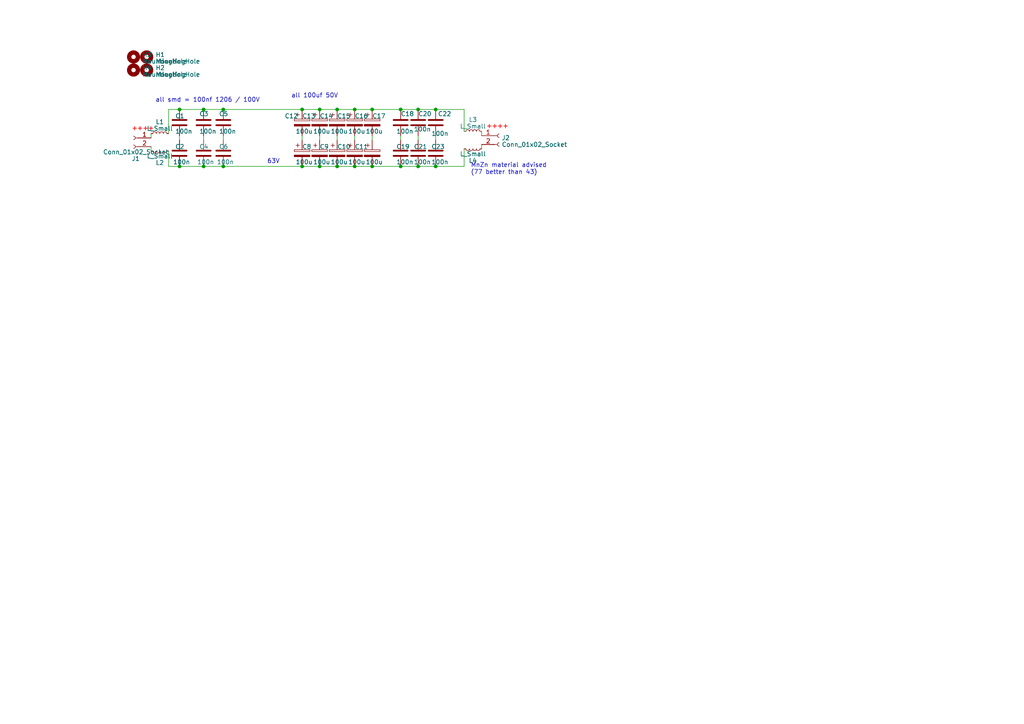
<source format=kicad_sch>
(kicad_sch (version 20230121) (generator eeschema)
  (paper "A4")
  (lib_symbols
    (symbol "Connector:Conn_01x02_Socket" (pin_names (offset 1.016) hide)
      (property "Reference" "J" (at 0 2.54 0))
      (property "Value" "Conn_01x02_Socket" (at 0 -5.08 0))
      (symbol "Conn_01x02_Socket_1_1"
        (arc (start 0 -2.032) (mid -0.5058 -2.54) (end 0 -3.048) (stroke (width 0.1524)))
        (polyline (pts (xy -1.27 -2.54) (xy -0.508 -2.54)) (stroke (width 0.1524)))
        (polyline (pts (xy -1.27 0) (xy -0.508 0)) (stroke (width 0.1524)))
        (arc (start 0 0.508) (mid -0.5058 0) (end 0 -0.508) (stroke (width 0.1524)))
        (pin passive line (at -5.08 0 0) (length 3.81) (name "Pin_1") (number "1"))
        (pin passive line (at -5.08 -2.54 0) (length 3.81) (name "Pin_2") (number "2"))
      )
    )
    (symbol "Device:C" (pin_numbers hide) (pin_names (offset 0.254))
      (property "Reference" "C" (at 0.635 2.54 0))
      (property "Value" "C" (at 0.635 -2.54 0))
      (symbol "C_0_1"
        (polyline (pts (xy -2.032 -0.762) (xy 2.032 -0.762)) (stroke (width 0.508)))
        (polyline (pts (xy -2.032 0.762) (xy 2.032 0.762)) (stroke (width 0.508)))
      )
      (symbol "C_1_1"
        (pin passive line (at 0 3.81 270) (length 2.794) (name "~") (number "1"))
        (pin passive line (at 0 -3.81 90) (length 2.794) (name "~") (number "2"))
      )
    )
    (symbol "Device:C_Polarized" (pin_numbers hide) (pin_names (offset 0.254))
      (property "Reference" "C" (at 0.635 2.54 0))
      (property "Value" "C_Polarized" (at 0.635 -2.54 0))
      (symbol "C_Polarized_0_1"
        (rectangle (start -2.286 0.508) (end 2.286 1.016))
        (polyline (pts (xy -1.778 2.286) (xy -0.762 2.286)))
        (polyline (pts (xy -1.27 2.794) (xy -1.27 1.778)))
        (rectangle (start 2.286 -0.508) (end -2.286 -1.016) (fill (type outline)))
      )
      (symbol "C_Polarized_1_1"
        (pin passive line (at 0 3.81 270) (length 2.794) (name "~") (number "1"))
        (pin passive line (at 0 -3.81 90) (length 2.794) (name "~") (number "2"))
      )
    )
    (symbol "Device:L_Small" (pin_numbers hide) (pin_names (offset 0.254) hide)
      (property "Reference" "L" (at 0.762 1.016 0))
      (property "Value" "L_Small" (at 0.762 -1.016 0))
      (symbol "L_Small_0_1"
        (arc (start 0 -2.032) (mid 0.5058 -1.524) (end 0 -1.016))
        (arc (start 0 -1.016) (mid 0.5058 -0.508) (end 0 0))
        (arc (start 0 0) (mid 0.5058 0.508) (end 0 1.016))
        (arc (start 0 1.016) (mid 0.5058 1.524) (end 0 2.032))
      )
      (symbol "L_Small_1_1"
        (pin passive line (at 0 2.54 270) (length 0.508) (name "~") (number "1"))
        (pin passive line (at 0 -2.54 90) (length 0.508) (name "~") (number "2"))
      )
    )
    (symbol "Mechanical:MountingHole" (pin_names (offset 1.016))
      (property "Reference" "H" (at 0 5.08 0))
      (property "Value" "MountingHole" (at 0 3.175 0))
      (symbol "MountingHole_0_1"
        (circle (center 0 0) (radius 1.27) (stroke (width 1.27)))
      )
    )
  )
  (junction (at 126.365 48.26))
  (junction (at 92.71 31.75))
  (junction (at 116.205 31.75))
  (junction (at 107.95 48.26))
  (junction (at 121.285 31.75))
  (junction (at 102.87 31.75))
  (junction (at 97.79 31.75))
  (junction (at 97.79 48.26))
  (junction (at 52.07 31.75))
  (junction (at 64.77 31.75))
  (junction (at 121.285 48.26))
  (junction (at 87.63 31.75))
  (junction (at 92.71 48.26))
  (junction (at 87.63 48.26))
  (junction (at 102.87 48.26))
  (junction (at 59.055 31.75))
  (junction (at 116.205 48.26))
  (junction (at 126.365 31.75))
  (junction (at 52.07 48.26))
  (junction (at 59.055 48.26))
  (junction (at 64.77 48.26))
  (junction (at 107.95 31.75))
  (wire (pts (xy 92.71 31.75) (xy 97.79 31.75)))
  (wire (pts (xy 139.7 43.18) (xy 139.7 41.91)))
  (wire (pts (xy 121.285 39.37) (xy 121.285 40.64)))
  (wire (pts (xy 107.95 31.75) (xy 116.205 31.75)))
  (wire (pts (xy 48.895 48.26) (xy 52.07 48.26)))
  (wire (pts (xy 59.055 31.75) (xy 64.77 31.75)))
  (wire (pts (xy 102.87 39.37) (xy 102.87 40.64)))
  (wire (pts (xy 116.205 48.26) (xy 121.285 48.26)))
  (wire (pts (xy 43.815 42.545) (xy 43.815 43.815)))
  (wire (pts (xy 97.79 39.37) (xy 97.79 40.64)))
  (wire (pts (xy 92.71 48.26) (xy 97.79 48.26)))
  (wire (pts (xy 121.285 31.75) (xy 126.365 31.75)))
  (wire (pts (xy 87.63 31.75) (xy 92.71 31.75)))
  (wire (pts (xy 126.365 39.37) (xy 126.365 40.64)))
  (wire (pts (xy 102.87 31.75) (xy 107.95 31.75)))
  (wire (pts (xy 92.71 39.37) (xy 92.71 40.64)))
  (wire (pts (xy 48.895 31.75) (xy 52.07 31.75)))
  (wire (pts (xy 97.79 48.26) (xy 102.87 48.26)))
  (wire (pts (xy 87.63 39.37) (xy 87.63 40.64)))
  (wire (pts (xy 64.77 48.26) (xy 87.63 48.26)))
  (wire (pts (xy 121.285 48.26) (xy 126.365 48.26)))
  (wire (pts (xy 97.79 31.75) (xy 102.87 31.75)))
  (wire (pts (xy 52.07 48.26) (xy 59.055 48.26)))
  (wire (pts (xy 126.365 31.75) (xy 134.62 31.75)))
  (wire (pts (xy 107.95 48.26) (xy 116.205 48.26)))
  (wire (pts (xy 48.895 43.815) (xy 48.895 48.26)))
  (wire (pts (xy 64.77 31.75) (xy 87.63 31.75)))
  (wire (pts (xy 134.62 43.18) (xy 134.62 48.26)))
  (wire (pts (xy 59.055 48.26) (xy 64.77 48.26)))
  (wire (pts (xy 59.055 39.37) (xy 59.055 40.64)))
  (wire (pts (xy 116.205 39.37) (xy 116.205 40.64)))
  (wire (pts (xy 139.7 39.37) (xy 139.7 38.1)))
  (wire (pts (xy 64.77 39.37) (xy 64.77 40.64)))
  (wire (pts (xy 52.07 39.37) (xy 52.07 40.64)))
  (wire (pts (xy 102.87 48.26) (xy 107.95 48.26)))
  (wire (pts (xy 116.205 31.75) (xy 121.285 31.75)))
  (wire (pts (xy 134.62 48.26) (xy 126.365 48.26)))
  (wire (pts (xy 52.07 31.75) (xy 59.055 31.75)))
  (wire (pts (xy 134.62 31.75) (xy 134.62 38.1)))
  (wire (pts (xy 87.63 48.26) (xy 92.71 48.26)))
  (wire (pts (xy 107.95 39.37) (xy 107.95 40.64)))
  (wire (pts (xy 48.895 38.735) (xy 48.895 31.75)))
  (wire (pts (xy 43.815 40.005) (xy 43.815 38.735)))
  (text "MnZn material advised\n(77 better than 43)\n" (at 136.525 50.8 0) (effects (font (size 1.27 1.27)) (justify left bottom)))
  (text "all smd = 100nf 1206 / 100V" (at 45.085 29.845 0) (effects (font (size 1.27 1.27)) (justify left bottom)))
  (text "63V\n" (at 77.47 47.625 0) (effects (font (size 1.27 1.27)) (justify left bottom)))
  (text "++++" (at 140.97 37.465 0) (effects (font (size 1.27 1.27) (thickness 0.254) bold) (justify left bottom)))
  (text "all 100uf 50V \n" (at 84.455 28.575 0) (effects (font (size 1.27 1.27)) (justify left bottom)))
  (text "++++" (at 38.1 38.1 0) (effects (font (size 1.27 1.27) (thickness 0.254) bold) (justify left bottom)))
  (symbol (lib_id "Mechanical:MountingHole") (at 38.735 20.32 0) (unit 1)
    (property "Reference" "H4" (at 41.275 19.6763 0) (effects (justify left)))
    (property "Value" "MountingHole" (at 41.275 21.5973 0) (effects (justify left)))
    (property "Footprint" "MountingHole:MountingHole_3.2mm_M3_Pad" (effects hide))
  )
  (symbol (lib_id "Device:C_Polarized") (at 107.95 35.56 0) (unit 1)
    (property "Reference" "C17" (at 107.95 33.655 0) (effects (justify left)))
    (property "Value" "100u" (at 106.045 38.1 0) (effects (justify left)))
    (property "Footprint" "Capacitor_THT:CP_Radial_D10.0mm_P5.00mm" (effects hide))
  )
  (symbol (lib_id "Device:C") (at 121.285 44.45 0) (unit 1)
    (property "Reference" "C21" (at 120.015 42.545 0) (effects (justify left)))
    (property "Value" "100n" (at 120.015 46.99 0) (effects (justify left)))
    (property "Footprint" "Capacitor_SMD:C_1206_3216Metric_Pad1.33x1.80mm_HandSolder" (effects hide))
  )
  (symbol (lib_id "Device:C") (at 52.07 35.56 0) (unit 1)
    (property "Reference" "C1" (at 50.8 33.655 0) (effects (justify left)))
    (property "Value" "100n" (at 50.8 38.1 0) (effects (justify left)))
    (property "Footprint" "Capacitor_SMD:C_1206_3216Metric_Pad1.33x1.80mm_HandSolder" (effects hide))
  )
  (symbol (lib_id "Device:C") (at 121.285 35.56 0) (unit 1)
    (property "Reference" "C20" (at 121.285 33.02 0) (effects (justify left)))
    (property "Value" "100n" (at 120.015 37.465 0) (effects (justify left)))
    (property "Footprint" "Capacitor_SMD:C_1206_3216Metric_Pad1.33x1.80mm_HandSolder" (effects hide))
  )
  (symbol (lib_id "Device:C") (at 59.055 35.56 0) (unit 1)
    (property "Reference" "C3" (at 57.785 33.02 0) (effects (justify left)))
    (property "Value" "100n" (at 57.785 38.1 0) (effects (justify left)))
    (property "Footprint" "Capacitor_SMD:C_1206_3216Metric_Pad1.33x1.80mm_HandSolder" (effects hide))
  )
  (symbol (lib_id "Device:C_Polarized") (at 97.79 35.56 0) (unit 1)
    (property "Reference" "C15" (at 97.79 33.655 0) (effects (justify left)))
    (property "Value" "100u" (at 95.885 38.1 0) (effects (justify left)))
    (property "Footprint" "Capacitor_THT:CP_Radial_D10.0mm_P5.00mm" (effects hide))
  )
  (symbol (lib_id "Device:L_Small") (at 137.16 43.18 90) (mirror x) (unit 1)
    (property "Reference" "L4" (at 137.16 46.5687 90))
    (property "Value" "L_Small" (at 137.16 44.6477 90))
    (property "Footprint" "L_Toroid_Horizontal_D25.4mm_P22.90mm:L_Toroid_Horizontal_25x22" (effects hide))
  )
  (symbol (lib_id "Device:C") (at 116.205 35.56 0) (unit 1)
    (property "Reference" "C18" (at 116.205 33.02 0) (effects (justify left)))
    (property "Value" "100n" (at 114.935 38.1 0) (effects (justify left)))
    (property "Footprint" "Capacitor_SMD:C_1206_3216Metric_Pad1.33x1.80mm_HandSolder" (effects hide))
  )
  (symbol (lib_id "Device:C_Polarized") (at 102.87 35.56 0) (unit 1)
    (property "Reference" "C16" (at 102.87 33.655 0) (effects (justify left)))
    (property "Value" "100u" (at 100.965 38.1 0) (effects (justify left)))
    (property "Footprint" "Capacitor_THT:CP_Radial_D10.0mm_P5.00mm" (effects hide))
  )
  (symbol (lib_id "Device:L_Small") (at 46.355 38.735 90) (unit 1)
    (property "Reference" "L1" (at 46.355 35.3463 90))
    (property "Value" "L_Small" (at 46.355 37.2673 90))
    (property "Footprint" "L_Toroid_Horizontal_D25.4mm_P22.90mm:L_Toroid_Horizontal_25x22" (effects hide))
  )
  (symbol (lib_id "Device:C") (at 126.365 44.45 0) (unit 1)
    (property "Reference" "C23" (at 125.095 42.545 0) (effects (justify left)))
    (property "Value" "100n" (at 125.095 46.99 0) (effects (justify left)))
    (property "Footprint" "Capacitor_SMD:C_1206_3216Metric_Pad1.33x1.80mm_HandSolder" (effects hide))
  )
  (symbol (lib_id "Mechanical:MountingHole") (at 42.545 16.51 0) (unit 1)
    (property "Reference" "H1" (at 45.085 15.8663 0) (effects (justify left)))
    (property "Value" "MountingHole" (at 45.085 17.7873 0) (effects (justify left)))
    (property "Footprint" "MountingHole:MountingHole_3.2mm_M3_Pad" (effects hide))
  )
  (symbol (lib_id "Device:C") (at 52.07 44.45 0) (unit 1)
    (property "Reference" "C2" (at 50.8 42.545 0) (effects (justify left)))
    (property "Value" "100n" (at 50.165 46.99 0) (effects (justify left)))
    (property "Footprint" "Capacitor_SMD:C_1206_3216Metric_Pad1.33x1.80mm_HandSolder" (effects hide))
  )
  (symbol (lib_id "Device:C") (at 64.77 35.56 0) (unit 1)
    (property "Reference" "C5" (at 63.5 33.02 0) (effects (justify left)))
    (property "Value" "100n" (at 63.5 38.1 0) (effects (justify left)))
    (property "Footprint" "Capacitor_SMD:C_1206_3216Metric_Pad1.33x1.80mm_HandSolder" (effects hide))
  )
  (symbol (lib_id "Device:C_Polarized") (at 97.79 44.45 0) (unit 1)
    (property "Reference" "C10" (at 97.79 42.545 0) (effects (justify left)))
    (property "Value" "100u" (at 95.885 46.99 0) (effects (justify left)))
    (property "Footprint" "Capacitor_THT:CP_Radial_D10.0mm_P5.00mm" (effects hide))
  )
  (symbol (lib_id "Device:C_Polarized") (at 92.71 44.45 0) (unit 1)
    (property "Reference" "C9" (at 92.71 42.545 0) (effects (justify left)))
    (property "Value" "100u" (at 90.805 46.99 0) (effects (justify left)))
    (property "Footprint" "Capacitor_THT:CP_Radial_D10.0mm_P5.00mm" (effects hide))
  )
  (symbol (lib_id "Device:L_Small") (at 137.16 38.1 90) (unit 1)
    (property "Reference" "L3" (at 137.16 34.7113 90))
    (property "Value" "L_Small" (at 137.16 36.6323 90))
    (property "Footprint" "L_Toroid_Horizontal_D25.4mm_P22.90mm:L_Toroid_Horizontal_25x22" (effects hide))
  )
  (symbol (lib_id "Mechanical:MountingHole") (at 42.545 20.32 0) (unit 1)
    (property "Reference" "H2" (at 45.085 19.6763 0) (effects (justify left)))
    (property "Value" "MountingHole" (at 45.085 21.5973 0) (effects (justify left)))
    (property "Footprint" "MountingHole:MountingHole_3.2mm_M3_Pad" (effects hide))
  )
  (symbol (lib_id "Device:C_Polarized") (at 87.63 35.56 0) (unit 1)
    (property "Reference" "C13" (at 87.63 33.655 0) (effects (justify left)))
    (property "Value" "100u" (at 85.725 38.1 0) (effects (justify left)))
    (property "Footprint" "Capacitor_THT:CP_Radial_D10.0mm_P5.00mm" (effects hide))
  )
  (symbol (lib_id "Device:C_Polarized") (at 102.87 44.45 0) (unit 1)
    (property "Reference" "C11" (at 102.87 42.545 0) (effects (justify left)))
    (property "Value" "100u" (at 100.965 46.99 0) (effects (justify left)))
    (property "Footprint" "Capacitor_THT:CP_Radial_D10.0mm_P5.00mm" (effects hide))
  )
  (symbol (lib_id "Device:C") (at 126.365 35.56 0) (unit 1)
    (property "Reference" "C22" (at 127 33.02 0) (effects (justify left)))
    (property "Value" "100n" (at 125.095 38.735 0) (effects (justify left)))
    (property "Footprint" "Capacitor_SMD:C_1206_3216Metric_Pad1.33x1.80mm_HandSolder" (effects hide))
  )
  (symbol (lib_id "Device:L_Small") (at 46.355 43.815 90) (mirror x) (unit 1)
    (property "Reference" "L2" (at 46.355 47.2037 90))
    (property "Value" "L_Small" (at 46.355 45.2827 90))
    (property "Footprint" "L_Toroid_Horizontal_D25.4mm_P22.90mm:L_Toroid_Horizontal_25x22" (effects hide))
  )
  (symbol (lib_id "Connector:Conn_01x02_Socket") (at 38.735 40.005 0) (mirror y) (unit 1)
    (property "Reference" "J1" (at 39.37 46.0121 0))
    (property "Value" "Conn_01x02_Socket" (at 39.37 44.0911 0))
    (property "Footprint" "1711725:1711725" (effects hide))
  )
  (symbol (lib_id "Device:C") (at 64.77 44.45 0) (unit 1)
    (property "Reference" "C6" (at 63.5 42.545 0) (effects (justify left)))
    (property "Value" "100n" (at 62.865 46.99 0) (effects (justify left)))
    (property "Footprint" "Capacitor_SMD:C_1206_3216Metric_Pad1.33x1.80mm_HandSolder" (effects hide))
  )
  (symbol (lib_id "Connector:Conn_01x02_Socket") (at 144.78 39.37 0) (unit 1)
    (property "Reference" "J2" (at 145.4912 39.9963 0) (effects (justify left)))
    (property "Value" "Conn_01x02_Socket" (at 145.4912 41.9173 0) (effects (justify left)))
    (property "Footprint" "1711725:1711725" (effects hide))
  )
  (symbol (lib_id "Device:C_Polarized") (at 107.95 44.45 0) (unit 1)
    (property "Reference" "C12" (at 82.55 33.655 0) (effects (justify left)))
    (property "Value" "100u" (at 106.045 46.99 0) (effects (justify left)))
    (property "Footprint" "Capacitor_THT:CP_Radial_D10.0mm_P5.00mm" (effects hide))
  )
  (symbol (lib_id "Device:C") (at 116.205 44.45 0) (unit 1)
    (property "Reference" "C19" (at 114.935 42.545 0) (effects (justify left)))
    (property "Value" "100n" (at 114.935 46.99 0) (effects (justify left)))
    (property "Footprint" "Capacitor_SMD:C_1206_3216Metric_Pad1.33x1.80mm_HandSolder" (effects hide))
  )
  (symbol (lib_id "Device:C_Polarized") (at 92.71 35.56 0) (unit 1)
    (property "Reference" "C14" (at 92.71 33.655 0) (effects (justify left)))
    (property "Value" "100u" (at 90.805 38.1 0) (effects (justify left)))
    (property "Footprint" "Capacitor_THT:CP_Radial_D10.0mm_P5.00mm" (effects hide))
  )
  (symbol (lib_id "Device:C_Polarized") (at 87.63 44.45 0) (unit 1)
    (property "Reference" "C8" (at 87.63 42.545 0) (effects (justify left)))
    (property "Value" "100u" (at 85.725 46.99 0) (effects (justify left)))
    (property "Footprint" "Capacitor_THT:CP_Radial_D10.0mm_P5.00mm" (effects hide))
  )
  (symbol (lib_id "Device:C") (at 59.055 44.45 0) (unit 1)
    (property "Reference" "C4" (at 57.785 42.545 0) (effects (justify left)))
    (property "Value" "100n" (at 57.15 46.99 0) (effects (justify left)))
    (property "Footprint" "Capacitor_SMD:C_1206_3216Metric_Pad1.33x1.80mm_HandSolder" (effects hide))
  )
  (symbol (lib_id "Mechanical:MountingHole") (at 38.735 16.51 0) (unit 1)
    (property "Reference" "H3" (at 41.275 15.8663 0) (effects (justify left)))
    (property "Value" "MountingHole" (at 41.275 17.7873 0) (effects (justify left)))
    (property "Footprint" "MountingHole:MountingHole_3.2mm_M3_Pad" (effects hide))
  )
)
</source>
